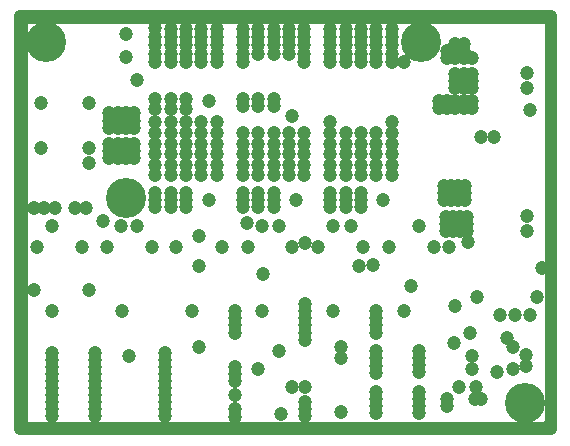
<source format=gbr>
%TF.GenerationSoftware,Altium Limited,Altium Designer,21.4.1 (30)*%
G04 Layer_Physical_Order=7*
G04 Layer_Color=128*
%FSLAX26Y26*%
%MOIN*%
%TF.SameCoordinates,1A054405-282A-4FF3-8963-BB1B344CA64D*%
%TF.FilePolarity,Negative*%
%TF.FileFunction,Copper,L7,Inr,Plane*%
%TF.Part,Single*%
G01*
G75*
%TA.AperFunction,NonConductor*%
%ADD29C,0.010000*%
%ADD30C,0.040000*%
%TA.AperFunction,ViaPad*%
%ADD31C,0.133858*%
%ADD32C,0.047244*%
D29*
X19686Y19685D02*
Y1358267D01*
X1755906D01*
Y1354331D02*
Y1358267D01*
Y27559D02*
Y1354331D01*
X1748032Y19685D02*
X1755906Y27559D01*
X19686Y19685D02*
X1748032D01*
D30*
X0Y0D02*
X1771653D01*
Y1377953D01*
X0D02*
X1771653D01*
X0Y0D02*
Y1377953D01*
D31*
X1338582Y1291339D02*
D03*
X86614D02*
D03*
X354330Y771653D02*
D03*
X1685040Y86615D02*
D03*
D32*
X598425Y645669D02*
D03*
X337598Y677167D02*
D03*
X952756Y621287D02*
D03*
X812008Y517990D02*
D03*
X863190Y677165D02*
D03*
X1303150Y476378D02*
D03*
X1331692Y677165D02*
D03*
X1432295Y606299D02*
D03*
X909448Y1043307D02*
D03*
X1103348Y677167D02*
D03*
X1282086Y1224409D02*
D03*
X389764Y1165354D02*
D03*
X757874Y687008D02*
D03*
X452756Y765921D02*
D03*
Y740331D02*
D03*
X279528Y692913D02*
D03*
X354330Y1318897D02*
D03*
X1692914Y661417D02*
D03*
X795276Y740331D02*
D03*
X208858Y606299D02*
D03*
X1232284D02*
D03*
X1484252Y811024D02*
D03*
X1437008Y763779D02*
D03*
X1413386D02*
D03*
X1460630Y787750D02*
D03*
X1437008Y787402D02*
D03*
Y811024D02*
D03*
X1413386D02*
D03*
Y787402D02*
D03*
X1460630Y811371D02*
D03*
X1484252Y763779D02*
D03*
Y787402D02*
D03*
X1460630Y764128D02*
D03*
X1643085Y273623D02*
D03*
X1623114Y303149D02*
D03*
X1507874Y244094D02*
D03*
X872048Y51181D02*
D03*
X909646Y139763D02*
D03*
X952756Y90551D02*
D03*
X1688976Y247046D02*
D03*
X1129922Y543307D02*
D03*
X1177165Y549213D02*
D03*
X1500128Y320867D02*
D03*
X1448818Y288385D02*
D03*
X629922Y763953D02*
D03*
X555118Y787575D02*
D03*
Y765921D02*
D03*
Y740331D02*
D03*
X503938Y763953D02*
D03*
Y787575D02*
D03*
X1522406Y139763D02*
D03*
X1465320D02*
D03*
X1591326Y190083D02*
D03*
X1724409Y440944D02*
D03*
X1688976Y212598D02*
D03*
X1643085Y200787D02*
D03*
X1507874D02*
D03*
X108858Y393701D02*
D03*
X341142D02*
D03*
X573426D02*
D03*
X1282086D02*
D03*
X354330Y1240157D02*
D03*
X232284Y887401D02*
D03*
X1452983Y410711D02*
D03*
X1652362Y379921D02*
D03*
X1602362D02*
D03*
X1523851Y440944D02*
D03*
X1739707Y536283D02*
D03*
X1493864Y624471D02*
D03*
X1702362Y379921D02*
D03*
X795276Y202755D02*
D03*
X863190Y259843D02*
D03*
X1692914Y711221D02*
D03*
X1700788Y1063977D02*
D03*
X1692914Y1187599D02*
D03*
Y1137599D02*
D03*
X1539370Y974409D02*
D03*
X1582678D02*
D03*
X1145670Y606299D02*
D03*
X996064D02*
D03*
X1070866Y273623D02*
D03*
Y237207D02*
D03*
Y58073D02*
D03*
X598284Y543307D02*
D03*
Y273623D02*
D03*
X809646Y393701D02*
D03*
X366142Y244095D02*
D03*
X232284Y1087401D02*
D03*
Y464986D02*
D03*
X220472Y736221D02*
D03*
X185039D02*
D03*
X232284Y937401D02*
D03*
X118110Y736221D02*
D03*
X82677D02*
D03*
X47244D02*
D03*
X70866Y937401D02*
D03*
X47244Y464567D02*
D03*
X109254Y677167D02*
D03*
X522884Y606299D02*
D03*
X58858D02*
D03*
X70866Y1087401D02*
D03*
X1212796Y763953D02*
D03*
X921456D02*
D03*
X381890Y1027559D02*
D03*
X299212D02*
D03*
Y1003937D02*
D03*
Y1055117D02*
D03*
X326772Y1003937D02*
D03*
X354330Y1027559D02*
D03*
X503938Y1334645D02*
D03*
X354330Y1055119D02*
D03*
X326772D02*
D03*
X381890D02*
D03*
Y1003937D02*
D03*
X452756Y1279527D02*
D03*
Y1224409D02*
D03*
Y1307087D02*
D03*
Y1338579D02*
D03*
X326772Y1027559D02*
D03*
X354330Y1003937D02*
D03*
X250492Y255905D02*
D03*
X717008Y393371D02*
D03*
X452756Y1251969D02*
D03*
X1188976Y101377D02*
D03*
Y124999D02*
D03*
X716536Y66929D02*
D03*
Y41337D02*
D03*
Y114173D02*
D03*
Y161417D02*
D03*
Y185039D02*
D03*
Y208661D02*
D03*
Y346457D02*
D03*
Y370079D02*
D03*
Y320867D02*
D03*
X1188976Y259843D02*
D03*
Y322835D02*
D03*
Y393701D02*
D03*
Y370079D02*
D03*
Y346457D02*
D03*
Y236221D02*
D03*
Y55119D02*
D03*
Y212599D02*
D03*
Y78741D02*
D03*
Y188977D02*
D03*
X250492Y90551D02*
D03*
Y66929D02*
D03*
Y114173D02*
D03*
Y43307D02*
D03*
Y137795D02*
D03*
Y208661D02*
D03*
Y232283D02*
D03*
Y185039D02*
D03*
Y161417D02*
D03*
X1240158Y1224409D02*
D03*
Y1279527D02*
D03*
Y1307087D02*
D03*
Y1334645D02*
D03*
Y1251969D02*
D03*
X795276D02*
D03*
X846456D02*
D03*
X897638D02*
D03*
X1137796Y1334645D02*
D03*
X1035434D02*
D03*
X1086614D02*
D03*
X1188976D02*
D03*
X606300D02*
D03*
X657480D02*
D03*
X555118D02*
D03*
X657480Y1279527D02*
D03*
Y1307087D02*
D03*
Y1224409D02*
D03*
Y1251969D02*
D03*
X1035434Y1279527D02*
D03*
Y1307087D02*
D03*
Y1224409D02*
D03*
Y1251969D02*
D03*
X744094Y1279527D02*
D03*
Y1307087D02*
D03*
Y1224409D02*
D03*
Y1251969D02*
D03*
X948820D02*
D03*
Y1224409D02*
D03*
Y1307087D02*
D03*
Y1279527D02*
D03*
X846456Y1334645D02*
D03*
X744094D02*
D03*
X795276D02*
D03*
X948820D02*
D03*
X897638D02*
D03*
Y1307087D02*
D03*
Y1279527D02*
D03*
X846456D02*
D03*
Y1307087D02*
D03*
X795276D02*
D03*
Y1279527D02*
D03*
X1137796Y1224409D02*
D03*
X1188976D02*
D03*
X1086614D02*
D03*
Y1251969D02*
D03*
X1137796D02*
D03*
X1188976D02*
D03*
X1086614Y1279527D02*
D03*
X1137796Y1307087D02*
D03*
Y1279527D02*
D03*
X1188976D02*
D03*
Y1307087D02*
D03*
X1086614D02*
D03*
X555118Y1224409D02*
D03*
X606300D02*
D03*
X503938D02*
D03*
Y1251969D02*
D03*
X555118D02*
D03*
X606300D02*
D03*
X503938Y1279527D02*
D03*
Y1307087D02*
D03*
X555118D02*
D03*
Y1279527D02*
D03*
X606300D02*
D03*
Y1307087D02*
D03*
X1240159Y952755D02*
D03*
Y917323D02*
D03*
Y846457D02*
D03*
Y881889D02*
D03*
Y1023621D02*
D03*
Y988189D02*
D03*
X1188977D02*
D03*
Y881889D02*
D03*
Y846457D02*
D03*
Y917323D02*
D03*
Y952755D02*
D03*
X1137797Y988189D02*
D03*
Y881889D02*
D03*
Y846457D02*
D03*
Y917323D02*
D03*
Y952755D02*
D03*
X1086615Y988189D02*
D03*
Y881889D02*
D03*
Y846457D02*
D03*
Y917323D02*
D03*
Y952755D02*
D03*
X1035435D02*
D03*
Y917323D02*
D03*
Y846457D02*
D03*
Y881889D02*
D03*
Y1023621D02*
D03*
Y988189D02*
D03*
X909448Y606299D02*
D03*
X897639Y988189D02*
D03*
X795277D02*
D03*
X846457D02*
D03*
X795276Y1102363D02*
D03*
X846456D02*
D03*
X1421260Y708661D02*
D03*
Y661417D02*
D03*
X1444882Y708661D02*
D03*
X1468504Y685039D02*
D03*
X1492126Y661417D02*
D03*
X1444882Y661417D02*
D03*
X1421260Y685039D02*
D03*
X1444882D02*
D03*
X1468504Y661417D02*
D03*
X1492126Y685039D02*
D03*
Y708661D02*
D03*
X1468504Y708661D02*
D03*
X744094Y1102363D02*
D03*
Y1078741D02*
D03*
X744095Y988189D02*
D03*
Y881889D02*
D03*
Y846457D02*
D03*
Y917323D02*
D03*
Y952755D02*
D03*
X795277D02*
D03*
Y917323D02*
D03*
Y846457D02*
D03*
Y881889D02*
D03*
X795276Y1078741D02*
D03*
X846457Y952755D02*
D03*
Y917323D02*
D03*
Y846457D02*
D03*
Y881889D02*
D03*
X846456Y1078741D02*
D03*
X897639Y952755D02*
D03*
Y917323D02*
D03*
Y846457D02*
D03*
Y881889D02*
D03*
X948819Y988189D02*
D03*
Y881889D02*
D03*
Y846457D02*
D03*
Y917323D02*
D03*
Y952755D02*
D03*
X1452756Y1185039D02*
D03*
X1480316Y1161417D02*
D03*
X1507874Y1185039D02*
D03*
Y1161417D02*
D03*
X1480316Y1185039D02*
D03*
X1452756Y1161417D02*
D03*
X1507874Y1137795D02*
D03*
X1480316D02*
D03*
X1452756D02*
D03*
X1397638Y1070865D02*
D03*
X1425196Y1094489D02*
D03*
X1452756Y1070865D02*
D03*
Y1094489D02*
D03*
X1507874Y1070865D02*
D03*
X1397638Y1094489D02*
D03*
X1480316D02*
D03*
Y1070865D02*
D03*
X1425196D02*
D03*
X1507874Y1094489D02*
D03*
X1045866Y677167D02*
D03*
X809646D02*
D03*
X391142D02*
D03*
X629922Y1094489D02*
D03*
X759842Y606299D02*
D03*
X291142D02*
D03*
X441142D02*
D03*
X1425196Y1260391D02*
D03*
X1452564Y1236769D02*
D03*
X1480124D02*
D03*
X1507682D02*
D03*
X1425196D02*
D03*
X1480124Y1260391D02*
D03*
Y1284013D02*
D03*
X1452564D02*
D03*
Y1260391D02*
D03*
X657481Y952755D02*
D03*
Y917323D02*
D03*
Y846457D02*
D03*
Y881889D02*
D03*
Y1023621D02*
D03*
Y988189D02*
D03*
X606301D02*
D03*
Y1023621D02*
D03*
Y881889D02*
D03*
Y846457D02*
D03*
Y917323D02*
D03*
Y952755D02*
D03*
X555118Y1102363D02*
D03*
Y1066929D02*
D03*
X555119Y988189D02*
D03*
Y1023621D02*
D03*
Y881889D02*
D03*
Y846457D02*
D03*
Y917323D02*
D03*
Y952755D02*
D03*
X503938Y1102363D02*
D03*
Y1066929D02*
D03*
X503939Y988189D02*
D03*
Y1023621D02*
D03*
Y881889D02*
D03*
Y846457D02*
D03*
Y917323D02*
D03*
Y952755D02*
D03*
X452757D02*
D03*
Y917323D02*
D03*
Y846457D02*
D03*
Y881889D02*
D03*
Y1023621D02*
D03*
Y988189D02*
D03*
X452756Y1066929D02*
D03*
Y1102363D02*
D03*
X299212Y929133D02*
D03*
X381890Y952755D02*
D03*
X354330Y929133D02*
D03*
X299212Y952755D02*
D03*
Y905511D02*
D03*
X326772Y952755D02*
D03*
Y905511D02*
D03*
X354330Y952755D02*
D03*
Y905511D02*
D03*
X381890D02*
D03*
Y929133D02*
D03*
X326772D02*
D03*
X484252Y43307D02*
D03*
X1539370Y102363D02*
D03*
X1425196Y78741D02*
D03*
X673228Y606299D02*
D03*
X744094Y787401D02*
D03*
X503938Y740331D02*
D03*
X1381890Y606299D02*
D03*
X1425196Y102363D02*
D03*
X1519682D02*
D03*
X1332086Y189963D02*
D03*
Y237207D02*
D03*
Y55119D02*
D03*
Y213585D02*
D03*
Y102363D02*
D03*
Y260829D02*
D03*
Y78741D02*
D03*
Y125985D02*
D03*
X952756Y322835D02*
D03*
Y346457D02*
D03*
Y417323D02*
D03*
Y393701D02*
D03*
Y370079D02*
D03*
Y299213D02*
D03*
X952754Y139763D02*
D03*
X952756Y43307D02*
D03*
Y66929D02*
D03*
X484252Y90551D02*
D03*
Y66929D02*
D03*
Y114173D02*
D03*
Y137795D02*
D03*
Y208661D02*
D03*
Y232283D02*
D03*
Y255905D02*
D03*
Y185039D02*
D03*
Y161417D02*
D03*
X109254D02*
D03*
Y185039D02*
D03*
Y255905D02*
D03*
Y232283D02*
D03*
Y208661D02*
D03*
Y137795D02*
D03*
Y43307D02*
D03*
Y114173D02*
D03*
Y66929D02*
D03*
Y90551D02*
D03*
X1035434Y787575D02*
D03*
Y765921D02*
D03*
Y740331D02*
D03*
X744094Y740157D02*
D03*
Y765747D02*
D03*
X452756Y787575D02*
D03*
X1137796Y765921D02*
D03*
X1086614Y787749D02*
D03*
Y740505D02*
D03*
X1137796Y787575D02*
D03*
Y740331D02*
D03*
X1086614Y764127D02*
D03*
X846456Y765747D02*
D03*
X795276Y787575D02*
D03*
X846456Y787401D02*
D03*
Y740157D02*
D03*
X795276Y763953D02*
D03*
X1045866Y393701D02*
D03*
%TF.MD5,bddc371f046aca30cf2d3dc4589d7327*%
M02*

</source>
